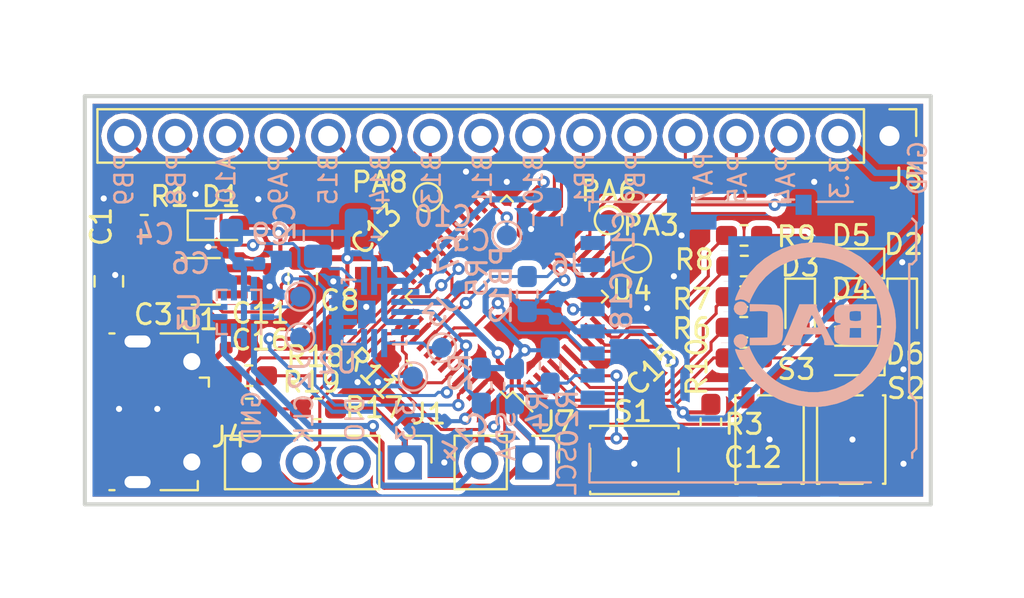
<source format=kicad_pcb>
(kicad_pcb (version 20240108) (generator "pcbnew") (generator_version "8.0")
  (layers (0 "F.Cu" signal) (31 "B.Cu" signal) (34 "B.Paste" user) (35 "F.Paste" user) (36 "B.SilkS" user "B.Silkscreen") (37 "F.SilkS" user "F.Silkscreen") (38 "B.Mask" user) (39 "F.Mask" user) (44 "Edge.Cuts" user))
  (net 0 "")
  (net 1 "+3V3")
  (net 2 "/SDA")
  (net 3 "GND")
  (net 4 "Net-(D1-Pad1)")
  (net 5 "Net-(C12-Pad1)")
  (net 6 "/CS")
  (net 7 "Net-(R17-Pad2)")
  (net 8 "/D+")
  (net 9 "/D-")
  (net 10 "Net-(R18-Pad1)")
  (net 11 "Net-(R11-Pad2)")
  (net 12 "Net-(R10-Pad2)")
  (net 13 "Net-(D6-Pad2)")
  (net 14 "Net-(D5-Pad2)")
  (net 15 "Net-(R9-Pad2)")
  (net 16 "Net-(R8-Pad2)")
  (net 17 "Net-(D4-Pad2)")
  (net 18 "Net-(D3-Pad2)")
  (net 19 "Net-(R7-Pad2)")
  (net 20 "/SCL")
  (net 21 "/MISO")
  (net 22 "Net-(R6-Pad2)")
  (net 23 "Net-(D2-Pad2)")
  (net 24 "+5V")
  (net 25 "Net-(U1-Pad4)")
  (net 26 "/PA4")
  (net 27 "/PA5")
  (net 28 "/PA7")
  (net 29 "/PB0")
  (net 30 "/PB1")
  (net 31 "/DETECT")
  (net 32 "/PB10")
  (net 33 "/PB11")
  (net 34 "/SW2")
  (net 35 "/PB13")
  (net 36 "/PB14")
  (net 37 "/PB15")
  (net 38 "/SW1")
  (net 39 "/PA9")
  (net 40 "/PA10")
  (net 41 "/DIO")
  (net 42 "/DCLK")
  (net 43 "/SCK")
  (net 44 "/MOSI")
  (net 45 "/PB8")
  (net 46 "/PB9")
  (net 47 "Net-(J3-Pad1)")
  (net 48 "Net-(J3-Pad2)")
  (net 49 "Net-(C2-Pad1)")
  (net 50 "Net-(J2-Pad1)")
  (net 51 "Net-(J2-Pad2)")
  (net 52 "Net-(J4-Pad4)")
  (net 53 "Net-(J6-Pad8)")
  (net 54 "Net-(J6-Pad1)")
  (net 55 "Net-(U4-Pad20)")
  (net 56 "Net-(J8-Pad1)")
  (net 57 "Net-(J9-Pad1)")
  (net 58 "Net-(J10-Pad1)")
  (net 59 "Net-(J11-Pad1)")
  (net 60 "Net-(S2-Pad4)")
  (net 61 "Net-(S3-Pad4)")
  (footprint "Resistor_SMD:R_0603_1608Metric_Pad1.05x0.95mm_HandSolder" (layer "F.Cu") (at 132.193 105.537 180)
    (property "Reference" "R1")
    (property "Value" "1k")
  )
  (footprint "Resistor_SMD:R_0603_1608Metric_Pad1.05x0.95mm_HandSolder" (layer "F.Cu") (at 160.401 115.33 -90)
    (property "Reference" "R3")
    (property "Value" "10k")
  )
  (footprint "Resistor_SMD:R_0603_1608Metric_Pad1.05x0.95mm_HandSolder" (layer "F.Cu") (at 137.414 114.681 180)
    (property "Reference" "R19")
    (property "Value" "22")
  )
  (footprint "Resistor_SMD:R_0603_1608Metric_Pad1.05x0.95mm_HandSolder" (layer "F.Cu") (at 137.4 113.03 180)
    (property "Reference" "R18")
    (property "Value" "22")
  )
  (footprint "Resistor_SMD:R_0603_1608Metric_Pad1.05x0.95mm_HandSolder" (layer "F.Cu") (at 140.843 114.681 180)
    (property "Reference" "R17")
    (property "Value" "1.5k")
  )
  (footprint "Resistor_SMD:R_0603_1608Metric_Pad1.05x0.95mm_HandSolder" (layer "F.Cu") (at 145.017718 112.759718 -45)
    (property "Reference" "R11")
    (property "Value" "100k")
  )
  (footprint "Resistor_SMD:R_0603_1608Metric_Pad1.05x0.95mm_HandSolder" (layer "F.Cu") (at 162.038 112.141 180)
    (property "Reference" "R10")
    (property "Value" "1k")
  )
  (footprint "Resistor_SMD:R_0603_1608Metric_Pad1.05x0.95mm_HandSolder" (layer "F.Cu") (at 162.052 106.045 180)
    (property "Reference" "R9")
    (property "Value" "1k")
  )
  (footprint "Resistor_SMD:R_0603_1608Metric_Pad1.05x0.95mm_HandSolder" (layer "F.Cu") (at 162.066 107.569 180)
    (property "Reference" "R8")
    (property "Value" "1k")
  )
  (footprint "Resistor_SMD:R_0603_1608Metric_Pad1.05x0.95mm_HandSolder" (layer "F.Cu") (at 162.038 110.617 180)
    (property "Reference" "R6")
    (property "Value" "1k")
  )
  (footprint "LED_SMD:LED_0603_1608Metric_Pad1.05x0.95mm_HandSolder" (layer "F.Cu") (at 167.372 107.442 180)
    (property "Reference" "D5")
    (property "Value" "LED_Small")
  )
  (footprint "LED_SMD:LED_0603_1608Metric_Pad1.05x0.95mm_HandSolder" (layer "F.Cu") (at 167.386 112.268 180)
    (property "Reference" "D6")
    (property "Value" "LED_Small")
  )
  (footprint "LED_SMD:LED_0603_1608Metric_Pad1.05x0.95mm_HandSolder" (layer "F.Cu") (at 167.386 109.855 180)
    (property "Reference" "D4")
    (property "Value" "LED_Small")
  )
  (footprint "LED_SMD:LED_0603_1608Metric_Pad1.05x0.95mm_HandSolder" (layer "F.Cu") (at 169.926 109.855 -90)
    (property "Reference" "D2")
    (property "Value" "LED_Small")
  )
  (footprint "Connector_USB:USB_Micro-B_Molex-105017-0001" (layer "F.Cu") (at 133.096 114.824 -90)
    (property "Reference" "J4")
    (property "Value" "USB_B_Micro")
  )
  (footprint "Connector_PinHeader_2.54mm:PinHeader_1x16_P2.54mm_Vertical" (layer "F.Cu") (at 169.291 101.092 -90)
    (property "Reference" "J5")
    (property "Value" "Conn_01x16_Male")
  )
  (footprint "Connector_PinHeader_2.54mm:PinHeader_1x04_P2.54mm_Vertical" (layer "F.Cu") (at 145.161 117.348 -90)
    (property "Reference" "J1")
    (property "Value" "Conn_01x04_Male")
  )
  (footprint "Connector_PinHeader_2.54mm:PinHeader_1x02_P2.54mm_Vertical" (layer "F.Cu") (at 151.511 117.348 -90)
    (property "Reference" "J7")
    (property "Value" "Conn_01x02_Male")
  )
  (footprint "Capacitor_SMD:C_0805_2012Metric_Pad1.15x1.40mm_HandSolder" (layer "F.Cu") (at 140.081 108.204 90)
    (property "Reference" "C11")
    (property "Value" "10u")
  )
  (footprint "Capacitor_SMD:C_0805_2012Metric_Pad1.15x1.40mm_HandSolder" (layer "F.Cu") (at 130.429 108.331 90)
    (property "Reference" "C1")
    (property "Value" "10u")
  )
  (footprint "Capacitor_SMD:C_0402_1005Metric" (layer "F.Cu") (at 156.629053 111.925053 -135)
    (property "Reference" "C15")
    (property "Value" "0.1u")
  )
  (footprint "Capacitor_SMD:C_0402_1005Metric" (layer "F.Cu") (at 144.564053 106.578447 45)
    (property "Reference" "C13")
    (property "Value" "0.1u")
  )
  (footprint "Capacitor_SMD:C_0402_1005Metric" (layer "F.Cu") (at 160.401 118.133 -90)
    (property "Reference" "C12")
    (property "Value" "0.1u")
  )
  (footprint "Capacitor_SMD:C_0402_1005Metric" (layer "F.Cu") (at 138.43 108.204 -90)
    (property "Reference" "C8")
    (property "Value" "0.1u")
  )
  (footprint "Capacitor_SMD:C_0402_1005Metric" (layer "F.Cu") (at 132.08 108.354 90)
    (property "Reference" "C3")
    (property "Value" "0.1u")
  )
  (footprint "Button_Switch_SMD:SW_SPST_PTS810" (layer "F.Cu") (at 156.591 117.221 180)
    (property "Reference" "S1")
    (property "Value" "PTS810")
  )
  (footprint "Button_Switch_SMD:SW_SPST_PTS810" (layer "F.Cu") (at 167.386 116.205 -90)
    (property "Reference" "S2")
    (property "Value" "PTS810")
  )
  (footprint "Button_Switch_SMD:SW_SPST_PTS810" (layer "F.Cu") (at 163.322 116.205 -90)
    (property "Reference" "S3")
    (property "Value" "PTS810")
  )
  (footprint "Package_QFP:LQFP-48_7x7mm_P0.5mm" (layer "F.Cu") (at 150.241 109.093 135)
    (property "Reference" "U4")
    (property "Value" "STM32F072C8Tx")
  )
  (footprint "Resistor_SMD:R_0603_1608Metric_Pad1.05x0.95mm_HandSolder" (layer "F.Cu") (at 162.038 109.093 180)
    (property "Reference" "R7")
    (property "Value" "1k")
  )
  (footprint "Capacitor_SMD:C_0402_1005Metric" (layer "F.Cu") (at 136.271 111.148 90)
    (property "Reference" "C16")
    (property "Value" "0.1u")
  )
  (footprint "LED_SMD:LED_0603_1608Metric_Pad1.05x0.95mm_HandSolder" (layer "F.Cu") (at 136.017 105.537)
    (property "Reference" "D1")
    (property "Value" "LED_Small")
  )
  (footprint "Package_TO_SOT_SMD:SOT-353_SC-70-5_Handsoldering" (layer "F.Cu") (at 135.255 108.331)
    (property "Reference" "U1")
    (property "Value" "TCR2EF33,LM(CT (SOT-25)")
  )
  (footprint "TestPoint:TestPoint_Pad_D1.0mm" (layer "F.Cu") (at 156.718 107.188)
    (property "Reference" "PA3")
    (property "Value" "Conn_01x01_Male")
  )
  (footprint "TestPoint:TestPoint_Pad_D1.0mm" (layer "F.Cu") (at 146.304 104.14)
    (property "Reference" "PA8")
    (property "Value" "Conn_01x01_Male")
  )
  (footprint "TestPoint:TestPoint_Pad_D1.0mm" (layer "F.Cu") (at 155.321 105.283)
    (property "Reference" "PA6")
    (property "Value" "Conn_01x01_Male")
  )
  (footprint "LED_SMD:LED_0603_1608Metric_Pad1.05x0.95mm_HandSolder" (layer "F.Cu") (at 164.846 109.855 -90)
    (property "Reference" "D3")
    (property "Value" "LED_Small")
  )
  (footprint "Resistor_SMD:R_0603_1608Metric_Pad1.05x0.95mm_HandSolder" (layer "B.Cu") (at 148.971 113.524 -90)
    (property "Reference" "R2")
    (property "Value" "10k")
  )
  (footprint "Resistor_SMD:R_0603_1608Metric_Pad1.05x0.95mm_HandSolder" (layer "B.Cu") (at 152.4 112.522 -90)
    (property "Reference" "R20")
    (property "Value" "10k")
  )
  (footprint "Resistor_SMD:R_0603_1608Metric_Pad1.05x0.95mm_HandSolder" (layer "B.Cu") (at 150.622 113.552 -90)
    (property "Reference" "R4")
    (property "Value" "10k")
  )
  (footprint "Resistor_SMD:R_0603_1608Metric_Pad1.05x0.95mm_HandSolder" (layer "B.Cu") (at 151.257 108.966 90)
    (property "Reference" "R5")
    (property "Value" "100k")
  )
  (footprint "Package_LGA:LGA-16_3x3mm_P0.5mm_LayoutBorder3x5y" (layer "B.Cu") (at 143.637 109.855 180)
    (property "Reference" "U2")
    (property "Value" "L3GD20")
  )
  (footprint "Connector_Card:microSD_HC_Hirose_DM3AT-SF-PEJM5" (layer "B.Cu") (at 162.239 111.346 -90)
    (property "Reference" "J6")
    (property "Value" "Micro_SD_Card")
  )
  (footprint "Capacitor_SMD:C_0805_2012Metric_Pad1.15x1.40mm_HandSolder" (layer "B.Cu") (at 152.273 105.274 90)
    (property "Reference" "C17")
    (property "Value" "10u")
  )
  (footprint "Capacitor_SMD:C_0805_2012Metric_Pad1.15x1.40mm_HandSolder" (layer "B.Cu") (at 143.773 105.41)
    (property "Reference" "C10")
    (property "Value" "10u")
  )
  (footprint "Capacitor_SMD:C_0805_2012Metric_Pad1.15x1.40mm_HandSolder" (layer "B.Cu") (at 140.843 106.054 90)
    (property "Reference" "C2")
    (property "Value" "0.01u")
  )
  (footprint "Capacitor_SMD:C_0402_1005Metric" (layer "B.Cu") (at 152.654 109.705 90)
    (property "Reference" "C18")
    (property "Value" "0.1u")
  )
  (footprint "Capacitor_SMD:C_0402_1005Metric" (layer "B.Cu") (at 146.177 106.934 90)
    (property "Reference" "C7")
    (property "Value" "0.1u")
  )
  (footprint "Capacitor_SMD:C_0402_1005Metric" (layer "B.Cu") (at 143.787 106.934)
    (property "Reference" "C5")
    (property "Value" "0.1u")
  )
  (footprint "logos:bac-logo" (layer "B.Cu") (at 165.5953 110.49 180)
    (property "Reference" "G***" (hide yes))
    (property "Value" "LOGO" (hide yes))
  )
  (footprint "TestPoint:TestPoint_Pad_D1.0mm_2x" (layer "B.Cu") (at 147.0025 111.633 -135)
    (property "Reference" "J3")
    (property "Value" "Conn_01x02_Male")
  )
  (footprint "TestPoint:TestPoint_Pad_D1.0mm_2x" (layer "B.Cu") (at 139.954 109.093 -90)
    (property "Reference" "J2")
    (property "Value" "Conn_01x02_Male")
  )
  (footprint "Package_LGA:LGA-12_2x2mm_P0.5mm" (layer "B.Cu") (at 136.906 109.855 90)
    (property "Reference" "U3")
    (property "Value" "LIS2HH12TR")
  )
  (footprint "Capacitor_SMD:C_0402_1005Metric" (layer "B.Cu") (at 136.398 107.442 180)
    (property "Reference" "C6")
    (property "Value" "0.1u")
  )
  (footprint "Capacitor_SMD:C_0402_1005Metric" (layer "B.Cu") (at 138.407 107.442)
    (property "Reference" "C9")
    (property "Value" "0.1u")
  )
  (footprint "Capacitor_SMD:C_0805_2012Metric_Pad1.15x1.40mm_HandSolder" (layer "B.Cu") (at 135.509 105.918 180)
    (property "Reference" "C4")
    (property "Value" "10u")
  )
  (footprint "TestPoint:TestPoint_Pad_D1.0mm" (layer "B.Cu") (at 150.241 106.045)
    (property "Reference" "PB12")
    (property "Value" "Conn_01x01_Male")
  )
  (footprint "Capacitor_SMD:C_0402_1005Metric" (layer "B.Cu") (at 146.812 115.6335 -135)
    (property "Reference" "C14")
    (property "Value" "0.1u")
  )
  (gr_line (start 129.2352 119.4308) (end 129.2352 99.1108) (stroke (width 0.2032)) (layer "Edge.Cuts"))
  (gr_line (start 129.2352 99.1108) (end 171.3484 99.1108) (stroke (width 0.2032)) (layer "Edge.Cuts"))
  (gr_line (start 171.3484 99.1108) (end 171.3484 119.4308) (stroke (width 0.2032)) (layer "Edge.Cuts"))
  (gr_line (start 171.3484 119.4308) (end 129.2352 119.4308) (stroke (width 0.2032)) (layer "Edge.Cuts"))
  (gr_text "SCL" (at 153.2382 117.7544 90) (layer "B.SilkS") (effects (font (size 0.889 0.889) (thickness 0.127)) (justify mirror)))
  (gr_text "SDA" (at 150.2156 116.0272 90) (layer "B.SilkS") (effects (font (size 0.889 0.889) (thickness 0.127)) (justify mirror)))
  (gr_text "B15\n" (at 141.351 103.251 90) (layer "B.SilkS") (effects (font (size 0.889 0.889) (thickness 0.127)) (justify mirror)))
  (gr_text "PB8" (at 133.7945 103.251 90) (layer "B.SilkS") (effects (font (size 0.889 0.889) (thickness 0.127)) (justify mirror)))
  (gr_text "CLK\n" (at 140.1445 115.189 90) (layer "B.SilkS") (effects (font (size 0.889 0.889) (thickness 0.127)) (justify mirror)))
  (gr_text "PB9" (at 131.191 103.251 90) (layer "B.SilkS") (effects (font (size 0.889 0.889) (thickness 0.127)) (justify mirror)))
  (gr_text "PA7\n" (at 160.0327 103.1494 90) (layer "B.SilkS") (effects (font (size 0.889 0.889) (thickness 0.127)) (justify mirror)))
  (gr_text "PA5\n" (at 161.7345 103.251 90) (layer "B.SilkS") (effects (font (size 0.889 0.889) (thickness 0.127)) (justify mirror)))
  (gr_text "B14\n" (at 143.9545 103.251 90) (layer "B.SilkS") (effects (font (size 0.889 0.889) (thickness 0.127)) (justify mirror)))
  (gr_text "PA9\n" (at 138.8745 103.251 90) (layer "B.SilkS") (effects (font (size 0.889 0.889) (thickness 0.127)) (justify mirror)))
  (gr_text "3.3" (at 166.8145 103.1875 90) (layer "B.SilkS") (effects (font (size 0.889 0.889) (thickness 0.127)) (justify mirror)))
  (gr_text "PA4" (at 164.1348 103.2637 90) (layer "B.SilkS") (effects (font (size 0.889 0.889) (thickness 0.127)) (justify mirror)))
  (gr_text "B13\n" (at 146.4945 103.251 90) (layer "B.SilkS") (effects (font (size 0.889 0.889) (thickness 0.127)) (justify mirror)))
  (gr_text "A10\n" (at 136.271 103.251 90) (layer "B.SilkS") (effects (font (size 0.889 0.889) (thickness 0.127)) (justify mirror)))
  (gr_text "B11\n" (at 149.0345 103.251 90) (layer "B.SilkS") (effects (font (size 0.889 0.889) (thickness 0.127)) (justify mirror)))
  (gr_text "PB0\n" (at 156.6545 103.251 90) (layer "B.SilkS") (effects (font (size 0.889 0.889) (thickness 0.127)) (justify mirror)))
  (gr_text "PB1" (at 154.1145 103.251 90) (layer "B.SilkS") (effects (font (size 0.889 0.889) (thickness 0.127)) (justify mirror)))
  (gr_text "3.3" (at 145.2245 115.2525 90) (layer "B.SilkS") (effects (font (size 0.889 0.889) (thickness 0.127)) (justify mirror)))
  (gr_text "GND" (at 170.7007 102.6922 90) (layer "B.SilkS") (effects (font (size 0.889 0.889) (thickness 0.127)) (justify mirror)))
  (gr_text "GND" (at 137.541 115.1255 90) (layer "B.SilkS") (effects (font (size 0.889 0.889) (thickness 0.127)) (justify mirror)))
  (gr_text "DIO" (at 142.6845 115.189 90) (layer "B.SilkS") (effects (font (size 0.889 0.889) (thickness 0.127)) (justify mirror)))
  (gr_text "B10\n" (at 151.5745 103.251 90) (layer "B.SilkS") (effects (font (size 0.889 0.889) (thickness 0.127)) (justify mirror)))
  (segment (start 142.3035 107.179) (end 143.9635 107.179) (width 0.3048) (layer "F.Cu") (net 1))
  (segment (start 140.081 107.179) (end 142.3035 107.179) (width 0.3048) (layer "F.Cu") (net 1))
  (segment (start 142.3035 108.49428) (end 142.3035 107.610052) (width 0.2032) (layer "F.Cu") (net 1))
  (segment (start 148.168777 115.172055) (end 148.168777 115.05431) (width 0.2032) (layer "F.Cu") (net 1))
  (segment (start 153.0985 108.2675) (end 150.842042 106.011042) (width 0.2032) (layer "F.Cu") (net 1))
  (segment (start 150.842042 113.583129) (end 150.842042 112.047958) (width 0.2032) (layer "F.Cu") (net 1))
  (segment (start 151.381865 104.072542) (end 152.076407 103.378) (width 0.1524) (layer "F.Cu") (net 1))
  (segment (start 150.842042 112.047958) (end 151.13 111.76) (width 0.2032) (layer "F.Cu") (net 1))
  (segment (start 156.972 111.582106) (end 157.746606 111.582106) (width 0.2032) (layer "F.Cu") (net 1))
  (segment (start 156.499968 111.582106) (end 156.972 111.582106) (width 0.1524) (layer "F.Cu") (net 1))
  (segment (start 145.161 117.348) (end 145.161 116.1932) (width 0.3048) (layer "F.Cu") (net 1))
  (segment (start 142.343 114.681) (end 141.718 114.681) (width 0.3048) (layer "F.Cu") (net 1))
  (segment (start 144.221106 106.921394) (end 144.221106 106.962193) (width 0.1524) (layer "F.Cu") (net 1))
  (segment (start 150.842042 104.602871) (end 151.372371 104.072542) (width 0.2032) (layer "F.Cu") (net 1))
  (segment (start 154.731127 111.81536) (end 155.962892 111.81536) (width 0.1524) (layer "F.Cu") (net 1))
  (segment (start 154.200798 111.285031) (end 154.731127 111.81536) (width 0.1524) (layer "F.Cu") (net 1))
  (segment (start 148.168777 115.05431) (end 149.109629 114.113458) (width 0.2032) (layer "F.Cu") (net 1))
  (segment (start 155.962892 111.81536) (end 156.196146 111.582106) (width 0.1524) (layer "F.Cu") (net 1))
  (segment (start 142.3035 107.610052) (end 142.3035 107.179) (width 0.2032) (layer "F.Cu") (net 1))
  (segment (start 140.081 107.179) (end 138.97 107.179) (width 0.3048) (layer "F.Cu") (net 1))
  (segment (start 144.221106 106.962193) (end 145.220542 107.961629) (width 0.1524) (layer "F.Cu") (net 1))
  (segment (start 138.97 106.068) (end 138.97 107.179) (width 0.2032) (layer "F.Cu") (net 1))
  (segment (start 145.161 116.1932) (end 143.6488 114.681) (width 0.3048) (layer "F.Cu") (net 1))
  (segment (start 143.6488 114.681) (end 142.343 114.681) (width 0.3048) (layer "F.Cu") (net 1))
  (segment (start 138.439 105.537) (end 138.97 106.068) (width 0.2032) (layer "F.Cu") (net 1))
  (segment (start 159.010242 114.854166) (end 160.001834 114.854166) (width 0.2032) (layer "F.Cu") (net 1))
  (segment (start 143.9635 107.179) (end 144.221106 106.921394) (width 0.3048) (layer "F.Cu") (net 1))
  (segment (start 151.372371 114.113458) (end 150.842042 113.583129) (width 0.2032) (layer "F.Cu") (net 1))
  (segment (start 136.585 107.681) (end 138.392 107.681) (width 0.3048) (layer "F.Cu") (net 1))
  (segment (start 138.97 107.179) (end 138.43 107.719) (width 0.3048) (layer "F.Cu") (net 1))
  (segment (start 151.372371 104.072542) (end 151.381865 104.072542) (width 0.1524) (layer "F.Cu") (net 1))
  (segment (start 139.60928 111.1885) (end 142.3035 108.49428) (width 0.2032) (layer "F.Cu") (net 1))
  (segment (start 136.892 105.537) (end 138.439 105.537) (width 0.2032) (layer "F.Cu") (net 1))
  (segment (start 157.746606 111.582106) (end 158.496 112.3315) (width 0.2032) (layer "F.Cu") (net 1))
  (segment (start 138.43 111.1885) (end 139.60928 111.1885) (width 0.2032) (layer "F.Cu") (net 1))
  (segment (start 150.842042 106.011042) (end 150.842042 104.602871) (width 0.2032) (layer "F.Cu") (net 1))
  (segment (start 156.196146 111.582106) (end 156.499968 111.582106) (width 0.1524) (layer "F.Cu") (net 1))
  (segment (start 138.392 107.681) (end 138.43 107.719) (width 0.3048) (layer "F.Cu") (net 1))
  (segment (start 160.001834 114.854166) (end 160.401 114.455) (width 0.2032) (layer "F.Cu") (net 1))
  (via (at 151.13 111.76) (size 0.6096) (drill 0.3048) (layers "F.Cu" "B.Cu") (net 1))
  (via (at 148.168777 115.172055) (size 0.6096) (drill 0.3048) (layers "F.Cu" "B.Cu") (net 1))
  (via (at 138.8745 105.918) (size 0.6096) (drill 0.3048) (layers "F.Cu" "B.Cu") (net 1))
  (via (at 152.076407 103.378) (size 0.6096) (drill 0.3048) (layers "F.Cu" "B.Cu") (net 1))
  (via (at 159.010242 114.854166) (size 0.6096) (drill 0.3048) (layers "F.Cu" "B.Cu") (net 1))
  (via (at 153.0985 108.2675) (size 0.6096) (drill 0.3048) (layers "F.Cu" "B.Cu") (net 1))
  (via (at 142.3035 107.179) (size 0.6096) (drill 0.3048) (layers "F.Cu" "B.Cu") (net 1))
  (via (at 138.43 111.1885) (size 0.6096) (drill 0.3048) (layers "F.Cu" "B.Cu") (net 1))
  (via (at 158.496 112.3315) (size 0.6096) (drill 0.3048) (layers "F.Cu" "B.Cu") (net 1))
  (segment (start 138.8745 105.918) (end 142.24 105.918) (width 0.3048) (layer "B.Cu") (net 1))
  (segment (start 137.156 107.715) (end 136.883 107.442) (width 0.3048) (layer "B.Cu") (net 1))
  (segment (start 145.192231 114.993569) (end 144.526 115.6598) (width 0.2032) (layer "B.Cu") (net 1))
  (segment (start 145.187 108.855) (end 145.187 108.4002) (width 0.3048) (layer "B.Cu") (net 1))
  (segment (start 161.116103 115.158965) (end 170.868801 105.406267) (width 0.3048) (layer "B.Cu") (net 1))
  (segment (start 168.5925 102.9335) (end 166.751 101.092) (width 0.3048) (layer "B.Cu") (net 1))
  (segment (start 143.302 106.934) (end 142.5485 106.934) (width 0.3048) (layer "B.Cu") (net 1))
  (segment (start 136.656 111.0175) (end 137.156 111.0175) (width 0.3048) (layer "B.Cu") (net 1))
  (segment (start 152.076407 103.378) (end 152.076407 104.052407) (width 0.1524) (layer "B.Cu") (net 1))
  (segment (start 146.857963 114.993569) (end 145.192231 114.993569) (width 0.2032) (layer "B.Cu") (net 1))
  (segment (start 159.010242 114.854166) (end 159.315041 115.158965) (width 0.3048) (layer "B.Cu") (net 1))
  (segment (start 149.7965 112.649) (end 150.594 112.649) (width 0.3048) (layer "B.Cu") (net 1))
  (segment (start 136.534 107.093) (end 136.883 107.442) (width 0.3048) (layer "B.Cu") (net 1))
  (segment (start 170.025142 102.9335) (end 168.5925 102.9335) (width 0.3048) (layer "B.Cu") (net 1))
  (segment (start 144.137 108.305) (end 145.0975 108.305) (width 0.3048) (layer "B.Cu") (net 1))
  (segment (start 144.137 110.203642) (end 144.137 109.3098) (width 0.3048) (layer "B.Cu") (net 1))
  (segment (start 145.187 108.4002) (end 145.0975 108.3107) (width 0.3048) (layer "B.Cu") (net 1))
  (segment (start 145.161 117.348) (end 145.161 116.2948) (width 0.2032) (layer "B.Cu") (net 1))
  (segment (start 149.503891 108.800899) (end 149.186899 109.117891) (width 0.3048) (layer "B.Cu") (net 1))
  (segment (start 148.971 112.649) (end 149.7965 112.649) (width 0.3048) (layer "B.Cu") (net 1))
  (segment (start 150.825201 111.455201) (end 151.13 111.76) (width 0.3048) (layer "B.Cu") (net 1))
  (segment (start 145.291 108.305) (end 146.177 107.419) (width 0.3048) (layer "B.Cu") (net 1))
  (segment (start 143.637 108.305) (end 143.637 107.269) (width 0.3048) (layer "B.Cu") (net 1))
  (segment (start 136.534 105.918) (end 136.534 107.093) (width 0.3048) (layer "B.Cu") (net 1))
  (segment (start 145.187 110.855) (end 145.187 110.355) (width 0.3048) (layer "B.Cu") (net 1))
  (segment (start 158.496 114.339924) (end 159.010242 114.854166) (width 0.2032) (layer "B.Cu") (net 1))
  (segment (start 153.705 110.821) (end 153.074 110.19) (width 0.3048) (layer "B.Cu") (net 1))
  (segment (start 138.43 111.704383) (end 138.43 111.1885) (width 0.2032) (layer "B.Cu") (net 1))
  (segment (start 137.156 108.6925) (end 137.656 108.6925) (width 0.3048) (layer "B.Cu") (net 1))
  (segment (start 152.305 109.841) (end 152.654 110.19) (width 0.3048) (layer "B.Cu") (net 1))
  (segment (start 159.315041 115.158965) (end 161.116103 115.158965) (width 0.3048) (layer "B.Cu") (net 1))
  (segment (start 147.154947 115.290553) (end 148.050279 115.290553) (width 0.2032) (layer "B.Cu") (net 1))
  (segment (start 152.287 111.76) (end 152.4 111.647) (width 0.2032) (layer "B.Cu") (net 1))
  (segment (start 143.637 108.305) (end 144.137 108.305) (width 0.3048) (layer "B.Cu") (net 1))
  (segment (start 143.68691 114.82071) (end 141.546327 114.82071) (width 0.2032) (layer "B.Cu") (net 1))
  (segment (start 149.186899 109.816899) (end 150.825201 111.455201) (width 0.3048) (layer "B.Cu") (net 1))
  (segment (start 152.718678 108.2675) (end 153.0985 108.2675) (width 0.2032) (layer "B.Cu") (net 1))
  (segment (start 145.161 116.2948) (end 144.526 115.6598) (width 0.2032) (layer "B.Cu") (net 1))
  (segment (start 142.3035 107.179) (end 142.3035 105.8545) (width 0.3048) (layer "B.Cu") (net 1))
  (segment (start 151.756072 109.230106) (end 152.718678 108.2675) (width 0.2032) (layer "B.Cu") (net 1))
  (segment (start 145.0975 108.305) (end 145.291 108.305) (width 0.3048) (layer "B.Cu") (net 1))
  (segment (start 145.0975 108.3107) (end 145.0975 108.305) (width 0.3048) (layer "B.Cu") (net 1))
  (segment (start 136.534 105.918) (end 138.8745 105.918) (width 0.3048) (layer "B.Cu") (net 1))
  (segment (start 152.273 104.249) (end 149.347 104.249) (width 0.3048) (layer "B.Cu") (net 1))
  (segment (start 154.514 110.821) (end 153.705 110.821) (width 0.3048) (layer "B.Cu") (net 1))
  (segment (start 158.496 112.3315) (end 158.496 114.339924) (width 0.2032) (layer "B.Cu") (net 1))
  (segment (start 142.24 105.918) (end 142.748 105.41) (width 0.3048) (layer "B.Cu") (net 1))
  (segment (start 153.074 110.19) (end 152.654 110.19) (width 0.3048) (layer "B.Cu") (net 1))
  (segment (start 150.622 112.677) (end 150.622 112.268) (width 0.3048) (layer "B.Cu") (net 1))
  (segment (start 150.594 112.649) (end 150.622 112.677) (width 0.3048) (layer "B.Cu") (net 1))
  (segment (start 144.137 109.3098) (end 144.137 108.305) (width 0.3048) (layer "B.Cu") (net 1))
  (segment (start 137.156 111.0175) (end 137.156 108.6925) (width 0.3048) (layer "B.Cu") (net 1))
  (segment (start 150.622 112.268) (end 151.13 111.76) (width 0.3048) (layer "B.Cu") (net 1))
  (segment (start 150.216899 108.800899) (end 149.503891 108.800899) (width 0.3048) (layer "B.Cu") (net 1))
  (segment (start 170.868801 105.406267) (end 170.868801 103.777159) (width 0.3048) (layer "B.Cu") (net 1))
  (segment (start 151.257 109.841) (end 150.216899 108.800899) (width 0.3048) (layer "B.Cu") (net 1))
  (segment (start 144.526 115.6598) (end 143.68691 114.82071) (width 0.2032) (layer "B.Cu") (net 1))
  (segment (start 147.154947 115.290553) (end 146.857963 114.993569) (width 0.2032) (layer "B.Cu") (net 1))
  (segment (start 141.546327 114.82071) (end 138.43 111.704383) (width 0.2032) (layer "B.Cu") (net 1))
  (segment (start 151.756072 109.341928) (end 151.756072 109.230106) (width 0.2032) (layer "B.Cu") (net 1))
  (segment (start 137.156 108.6925) (end 137.156 107.715) (width 0.3048) (layer "B.Cu") (net 1))
  (segment (start 148.050279 115.290553) (end 148.168777 115.172055) (width 0.2032) (layer "B.Cu") (net 1))
  (segment (start 152.076407 104.052407) (end 152.273 104.249) (width 0.1524) (layer "B.Cu") (net 1))
  (segment (start 154.514 110.821) (end 156.9855 110.821) (width 0.2032) (layer "B.Cu") (net 1))
  (segment (start 149.186899 109.117891) (end 149.186899 109.816899) (width 0.3048) (layer "B.Cu") (net 1))
  (segment (start 151.257 109.841) (end 151.756072 109.341928) (width 0.2032) (layer "B.Cu") (net 1))
  (segment (start 142.3035 105.8545) (end 142.748 105.41) (width 0.3048) (layer "B.Cu") (net 1))
  (segment (start 145.187 110.355) (end 144.288358 110.355) (width 0.3048) (layer "B.Cu") (net 1))
  (segment (start 142.5485 106.934) (end 142.3035 107.179) (width 0.3048) (layer "B.Cu") (net 1))
  (segment (start 170.868801 103.777159) (end 170.025142 102.9335) (width 0.3048) (layer "B.Cu") (net 1))
  (segment (start 151.257 109.841) (end 152.305 109.841) (width 0.3048) (layer "B.Cu") (net 1))
  (segment (start 156.9855 110.821) (end 158.496 112.3315) (width 0.2032) (layer "B.Cu") (net 1))
  (segment (start 144.288358 110.355) (end 144.137 110.203642) (width 0.3048) (layer "B.Cu") (net 1))
  (segment (start 143.637 107.269) (end 143.302 106.934) (width 0.3048) (layer "B.Cu") (net 1))
  (segment (start 136.883 107.442) (end 137.922 107.442) (width 0.3048) (layer "B.Cu") (net 1))
  (segment (start 151.13 111.76) (end 152.287 111.76) (width 0.2032) (layer "B.Cu") (net 1))
  (segment (start 149.347 104.249) (end 146.177 107.419) (width 0.3048) (layer "B.Cu") (net 1))
  (segment (start 147.401876 112.345691) (end 148.211412 111.536155) (width 0.2032) (layer "F.Cu") (net 2))
  (segment (start 147.341862 112.345691) (end 147.401876 112.345691) (width 0.2032) (layer "F.Cu") (net 2))
  (via (at 148.211412 111.536155) (size 0.6096) (drill 0.3048) (layers "F.Cu" "B.Cu") (net 2))
  (segment (start 146.530257 109.855) (end 145.187 109.855) (width 0.2032) (layer "B.Cu") (net 2))
  (segment (start 148.211412 113.639412) (end 148.971 114.399) (width 0.2032) (layer "B.Cu") (net 2))
  (segment (start 148.211412 111.536155) (end 146.530257 109.855) (width 0.2032) (layer "B.Cu") (net 2))
  (segment (start 143.891 118.326642) (end 144.067159 118.502801) (width 0.3048) (layer "B.Cu") (net 2))
  (segment (start 148.211412 111.536155) (end 148.211412 113.639412) (width 0.2032) (layer "B.Cu") (net 2))
  (segment (start 143.123606 116.1415) (end 143.891 116.908894) (width 0.3048) (layer "B.Cu") (net 2))
  (segment (start 148.971 114.399) (end 148.971 116.1415) (width 0.3048) (layer "B.Cu") (net 2))
  (segment (start 143.891 116.908894) (end 143.891 118.326642) (width 0.3048) (layer "B.Cu") (net 2))
  (segment (start 148.971 116.1415) (end 148.971 117.348) (width 0.3048) (layer "B.Cu") (net 2))
  (segment (start 148.121001 118.197999) (end 148.971 117.348) (width 0.3048) (layer "B.Cu") (net 2))
  (segment (start 136.156 111.0175) (end 136.156 111.9098) (width 0.3048) (layer "B.Cu") (net 2))
  (segment (start 140.3877 116.1415) (end 143.123606 116.1415) (width 0.3048) (layer "B.Cu") (net 2))
  (segment (start 144.067159 118.502801) (end 147.816199 118.502801) (width 0.3048) (layer "B.Cu") (net 2))
  (segment (start 136.156 111.9098) (end 140.3877 116.1415) (width 0.3048) (layer "B.Cu") (net 2))
  (segment (start 147.816199 118.502801) (end 148.121001 118.197999) (width 0.3048) (layer "B.Cu") (net 2))
  (segment (start 138.43 108.689) (end 138.01 108.689) (width 0.1524) (layer "F.Cu") (net 3))
  (segment (start 137.430601 108.109601) (end 135.668601 108.109601) (width 0.1524) (layer "F.Cu") (net 3))
  (segment (start 135.668601 108.109601) (end 135.564021 108.005021) (width 0.1524) (layer "F.Cu") (net 3))
  (segment (start 148.208101 116.269399) (end 147.434299 117.043201) (width 0.1524) (layer "F.Cu") (net 3))
  (segment (start 149.468291 113.229576) (end 150.139401 113.900686) (width 0.1524) (layer "F.Cu") (net 3))
  (segment (start 150.139401 113.900686) (end 150.139401 115.826033) (width 0.1524) (layer "F.Cu") (net 3))
  (segment (start 135.564021 107.229573) (end 135.382 107.047552) (width 0.1524) (layer "F.Cu") (net 3))
  (segment (start 149.286405 113.229576) (end 149.468291 113.229576) (width 0.1524) (layer "F.Cu") (net 3))
  (segment (start 149.696035 116.269399) (end 148.208101 116.269399) (width 0.1524) (layer "F.Cu") (net 3))
  (segment (start 135.382 107.047552) (end 135.382 106.6165) (width 0.1524) (layer "F.Cu") (net 3))
  (segment (start 150.139401 115.826033) (end 149.696035 116.269399) (width 0.1524) (layer "F.Cu") (net 3))
  (segment (start 138.01 108.689) (end 137.430601 108.109601) (width 0.1524) (layer "F.Cu") (net 3))
  (segment (start 148.756076 113.759905) (end 149.286405 113.229576) (width 0.1524) (layer "F.Cu") (net 3))
  (segment (start 135.564021 108.005021) (end 135.564021 107.229573) (width 0.1524) (layer "F.Cu") (net 3))
  (segment (start 147.434299 117.043201) (end 147.1295 117.348) (width 0.1524) (layer "F.Cu") (net 3))
  (via (at 130.7465 108.0135) (size 0.6096) (drill 0.3048) (layers "F.Cu" "B.Cu") (net 3))
  (via (at 130.937 114.681) (size 0.6096) (drill 0.3048) (layers "F.Cu" "B.Cu") (net 3))
  (via (at 143.8275 113.3475) (size 0.6096) (drill 0.3048) (layers "F.Cu" "B.Cu") (net 3))
  (via (at 156.591 117.4115) (size 0.6096) (drill 0.3048) (layers "F.Cu" "B.Cu") (net 3))
  (via (at 165.5445 103.378) (size 0.6096) (drill 0.3048) (layers "F.Cu" "B.Cu") (net 3))
  (via (at 147.1295 117.348) (size 0.6096) (drill 0.3048) (layers "F.Cu" "B.Cu") (net 3))
  (via (at 169.9895 117.4115) (size 0.6096) (drill 0.3048) (layers "F.Cu" "B.Cu") (net 3))
  (via (at 138.43 108.585) (size 0.6096) (drill 0.3048) (layers "F.Cu" "B.Cu") (net 3))
  (via (at 167.4495 116.205) (size 0.6096) (drill 0.3048) (layers "F.Cu" "B.Cu") (net 3))
  (via (at 158.9405 106.045) (size 0.6096) (drill 0.3048) (layers "F.Cu" "B.Cu") (net 3))
  (via (at 135.382 106.6165) (size 0.6096) (drill 0.3048) (layers "F.Cu" "B.Cu") (net 3))
  (via (at 157.226 109.6645) (size 0.6096) (drill 0.3048) (layers "F.Cu" "B.Cu") (net 3))
  (via (at 169.926 107.3785) (size 0.6096) (drill 0.3048) (layers "F.Cu" "B.Cu") (net 3))
  (via (at 137.8712 104.2416) (size 0.6096) (drill 0.3048) (layers "F.Cu" "B.Cu") (net 3))
  (via (at 143.2433 109.601) (size 0.6096) (drill 0.3048) (layers "F.Cu" "B.Cu") (net 3))
  (via (at 134.747 103.9876) (size 0.6096) (drill 0.3048) (layers "F.Cu" "B.Cu") (net 3))
  (via (at 141.605 108.331) (size 0.6096) (drill 0.3048) (layers "F.Cu" "B.Cu") (net 3))
  (via (at 169.9895 112.7125) (size 0.6096) (drill 0.3048) (layers "F.Cu" "B.Cu") (net 3))
  (via (at 142.8115 113.3475) (size 0.6096) (drill 0.3048) (layers "F.Cu" "B.Cu") (net 3))
  (via (at 130.175 104.2035) (size 0.6096) (drill 0.3048) (layers "F.Cu" "B.Cu") (net 3))
  (via (at 150.241 103.378) (size 0.6096) (drill 0.3048) (layers "F.Cu" "B.Cu") (net 3))
  (via (at 132.842 114.681) (size 0.6096) (drill 0.3048) (layers "F.Cu" "B.Cu") (net 3))
  (via (at 148.209 102.87) (size 0.6096) (drill 0.3048) (layers "F.Cu" "B.Cu") (net 3))
  (via (at 163.322 116.205) (size 0.6096) (drill 0.3048) (layers "F.Cu" "B.Cu") (net 3))
  (via (at 158.5595 108.077) (size 0.6096) (drill 0.3048) (layers "F.Cu" "B.Cu") (net 3))
  (via (at 151.4475 105.7275) (size 0.6096) (drill 0.3048) (layers "F.Cu" "B.Cu") (net 3))
  (segment (start 133.068 105.537) (end 135.142 105.537) (width 0.3048) (layer "F.Cu") (net 4))
  (segment (start 155.702 116.146) (end 158.666 116.146) (width 0.1524) (layer "F.Cu") (net 5))
  (segment (start 160.342 116.146) (end 160.401 116.205) (width 0.1524) (layer "F.Cu") (net 5))
  (segment (start 154.738579 113.03) (end 155.702 113.03) (width 0.1524) (layer "F.Cu") (net 5))
  (segment (start 153.493691 111.992138) (end 154.531553 113.03) (width 0.1524) (layer "F.Cu") (net 5))
  (segment (start 160.401 116.205) (end 160.401 117.648) (width 0.1524) (layer "F.Cu") (net 5))
  (segment (start 154.516 116.146) (end 155.702 116.146) (width 0.1524) (layer "F.Cu") (net 5))
  (segment (start 154.531553 113.03) (end 154.738579 113.03) (width 0.1524) (layer "F.Cu") (net 5))
  (segment (start 158.666 116.146) (end 160.342 116.146) (width 0.1524) (layer "F.Cu") (net 5))
  (via (at 155.702 113.03) (size 0.6096) (drill 0.3048) (layers "F.Cu" "B.Cu") (net 5))
  (via (at 155.702 116.146) (size 0.6096) (drill 0.3048) (layers "F.Cu" "B.Cu") (net 5))
  (segment (start 155.702 116.146) (end 155.702 115.714948) (width 0.1524) (layer "B.Cu") (net 5))
  (segment (start 155.702 115.714948) (end 155.702 113.03) (width 0.1524) (layer "B.Cu") (net 5))
  (segment (start 145.043766 111.790708) (end 145.236341 111.983283) (width 0.1524) (layer "F.Cu") (net 6))
  (segment (start 145.043766 111.108253) (end 145.043766 111.790708) (width 0.1524) (layer "F.Cu") (net 6))
  (segment (start 145.574095 110.577924) (end 145.043766 111.108253) (width 0.1524) (layer "F.Cu") (net 6))
  (segment (start 145.236341 111.983283) (end 145.236341 112.712765) (width 0.1524) (layer "F.Cu") (net 6))
  (segment (start 145.236341 112.712765) (end 144.78 113.169106) (width 0.1524) (layer "F.Cu") (net 6))
  (segment (start 149.174948 115.57) (end 149.606 115.57) (width 0.1524) (layer "F.Cu") (net 6))
  (segment (start 144.78 113.517058) (end 146.968398 115.705456) (width 0.1524) (layer "F.Cu") (net 6))
  (segment (start 144.78 113.169106) (end 144.78 113.517058) (width 0.1524) (layer "F.Cu") (net 6))
  (segment (start 146.968398 115.705456) (end 149.039492 115.705456) (width 0.1524) (layer "F.Cu") (net 6))
  (segment (start 149.039492 115.705456) (end 149.174948 115.57) (width 0.1524) (layer "F.Cu") (net 6))
  (via (at 149.606 115.57) (size 0.6096) (drill 0.3048) (layers "F.Cu" "B.Cu") (net 6))
  (segment (start 152.4 113.397) (end 153.2395 113.397) (width 0.1524) (layer "B.Cu") (net 6))
  (segment (start 151.684 113.538) (end 151.825 113.397) (width 0.1524) (layer "B.Cu") (net 6))
  (segment (start 153.6155 113.021) (end 154.514 113.021) (width 0.1524) (layer "B.Cu") (net 6))
  (segment (start 149.7965 115.3795) (end 149.606 115.57) (width 0.1524) (layer "B.Cu") (net 6))
  (segment (start 150.326818 113.538) (end 151.684 113.538) (width 0.1524) (layer "B.Cu") (net 6))
  (segment (start 149.7965 114.068318) (end 150.326818 113.538) (width 0.1524) (layer "B.Cu") (net 6))
  (segment (start 151.825 113.397) (end 152.4 113.397) (width 0.1524) (layer "B.Cu") (net 6))
  (segment (start 149.7965 114.068318) (end 149.7965 115.3795) (width 0.1524) (layer "B.Cu") (net 6))
  (segment (start 153.2395 113.397) (end 153.6155 113.021) (width 0.1524) (layer "B.Cu") (net 6))
  (segment (start 145.201247 109.447753) (end 146.965247 109.447753) (width 0.1524) (layer "F.Cu") (net 7))
  (segment (start 138.289 114.681) (end 138.914 114.681) (width 0.1524) (layer "F.Cu") (net 7))
  (segment (start 139.968 114.681) (end 145.201247 109.447753) (width 0.1524) (layer "F.Cu") (net 7))
  (segment (start 146.965247 109.447753) (end 147.5105 108.9025) (width 0.1524) (layer "F.Cu") (net 7))
  (segment (start 147.5105 108.9025) (end 147.5105 108.130267) (width 0.1524) (layer "F.Cu") (net 7))
  (segment (start 147.5105 108.130267) (end 146.281202 106.900969) (width 0.1524) (layer "F.Cu") (net 7))
  (segment (start 138.914 114.681) (end 139.968 114.681) (width 0.1524) (layer "F.Cu") (net 7))
  (segment (start 136.396 114.824) (end 136.539 114.681) (width 0.1524) (layer "F.Cu") (net 8))
  (segment (start 134.5585 114.824) (end 136.396 114.824) (width 0.1524) (layer "F.Cu") (net 8))
  (segment (start 136.525 113.0349) (end 136.525 113.03) (width 0.1524) (layer "F.Cu") (net 9))
  (segment (start 135.3859 114.174) (end 136.525 113.0349) (width 0.1524) (layer "F.Cu") (net 9))
  (segment (start 134.5585 114.174) (end 135.3859 114.174) (width 0.1524) (layer "F.Cu") (net 9))
  (segment (start 145.0975 109.093) (end 146.4056 109.093) (width 0.1524) (layer "F.Cu") (net 10))
  (segment (start 141.187934 113.03) (end 141.187934 113.002566) (width 0.1524) (layer "F.Cu") (net 10))
  (segment (start 146.4056 109.093) (end 146.9771 108.5215) (width 0.1524) (layer "F.Cu") (net 10))
  (segment (start 147.841752 107.707176) (end 146.681992 106.547416) (width 0.1524) (layer "F.Cu") (net 10))
  (segment (start 138.275 113.03) (end 141.187934 113.03) (width 0.1524) (layer "F.Cu") (net 10))
  (segment (start 141.187934 113.002566) (end 145.0975 109.093) (width 0.1524) (layer "F.Cu") (net 10))
  (segment (start 146.681992 106.547416) (end 146.634755 106.547416) (width 0.1524) (layer "F.Cu") (net 10))
  (via (at 146.9771 108.5215) (size 0.6096) (drill 0.3048) (layers "F.Cu" "B.Cu") (net 10))
  (via (at 147.841752 107.707176) (size 0.6096) (drill 0.3048) (layers "F.Cu" "B.Cu") (net 10))
  (segment (start 147.027428 108.5215) (end 147.841752 107.707176) (width 0.1524) (layer "B.Cu") (net 10))
  (segment (start 146.9771 108.5215) (end 147.027428 108.5215) (width 0.1524) (layer "B.Cu") (net 10))
  (segment (start 145.636436 113.378436) (end 147.016225 113.378436) (width 0.1524) (layer "F.Cu") (net 11))
  (segment (start 147.016225 113.378436) (end 147.695416 112.699245) (width 0.1524) (layer "F.Cu") (net 11))
  (segment (start 161.163 112.141) (end 160.538 112.141) (width 0.1524) (layer "F.Cu") (net 12))
  (segment (start 153.629423 114.24919) (end 152.433031 113.052798) (width 0.1524) (layer "F.Cu") (net 12))
  (segment (start 160.538 112.141) (end 158.42981 114.24919) (width 0.1524) (layer "F.Cu") (net 12))
  (segment (start 158.42981 114.24919) (end 153.629423 114.24919) (width 0.1524) (layer "F.Cu") (net 12))
  (segment (start 162.913 112.141) (end 166.384 112.141) (width 0.1524) (layer "F.Cu") (net 13))
  (segment (start 166.384 112.141) (end 166.511 112.268) (width 0.1524) (layer "F.Cu") (net 13))
  (segment (start 165.1 106.045) (end 166.497 107.442) (width 0.1524) (layer "F.Cu") (net 14))
  (segment (start 162.927 106.045) (end 165.1 106.045) (width 0.1524) (layer "F.Cu") (net 14))
  (segment (start 157.734 110.617) (end 160.274 108.077) (width 0.1524) (layer "F.Cu") (net 15))
  (segment (start 160.274 106.948) (end 161.177 106.045) (width 0.1524) (layer "F.Cu") (net 15))
  (segment (start 154.907905 110.577924) (end 155.438234 111.108253) (width 0.1524) (layer "F.Cu") (net 15))
  (segment (start 156.29912 110.617) (end 157.734 110.617) (width 0.1524) (layer "F.Cu") (net 15))
  (segment (start 160.274 108.077) (end 160.274 106.948) (width 0.1524) (layer "F.Cu") (net 15))
  (segment (start 155.438234 111.108253) (end 155.807867 111.108253) (width 0.1524) (layer "F.Cu") (net 15))
  (segment (start 155.807867 111.108253) (end 156.29912 110.617) (width 0.1524) (layer "F.Cu") (net 15))
  (segment (start 155.841186 111.506) (end 156.367464 110.979722) (width 0.1524) (layer "F.Cu") (net 16))
  (segment (start 154.554351 110.931478) (end 155.128873 111.506) (width 0.1524) (layer "F.Cu") (net 16))
  (segment (start 157.879278 110.979722) (end 161.191 107.668) (width 0.1524) (layer "F.Cu") (net 16))
  (segment (start 161.191 107.668) (end 161.191 107.569) (width 0.1524) (layer "F.Cu") (net 16))
  (segment (start 155.128873 111.506) (end 155.841186 111.506) (width 0.1524) (layer "F.Cu") (net 16))
  (segment (start 156.367464 110.979722) (end 157.879278 110.979722) (width 0.1524) (layer "F.Cu") (net 16))
  (segment (start 164.8 107.569) (end 166.511 109.28) (width 0.1524) (layer "F.Cu") (net 17))
  (segment (start 166.511 109.28) (end 166.511 109.855) (width 0.1524) (layer "F.Cu") (net 17))
  (segment (start 162.941 107.569) (end 164.8 107.569) (width 0.1524) (layer "F.Cu") (net 17))
  (segment (start 162.913 109.093) (end 164.55 110.73) (width 0.1524) (layer "F.Cu") (net 18))
  (segment (start 164.55 110.73) (end 164.846 110.73) (width 0.1524) (layer "F.Cu") (net 18))
  (segment (start 153.140138 112.345691) (end 153.670467 112.87602) (width 0.1524) (layer "F.Cu") (net 19))
  (segment (start 160.02 111.633) (end 158.03881 113.61419) (width 0.1524) (layer "F.Cu") (net 19))
  (segment (start 160.663928 109.93189) (end 160.02 110.575818) (width 0.1524) (layer "F.Cu") (net 19))
  (segment (start 153.670467 112.87602) (end 153.670467 112.903467) (width 0.1524) (layer "F.Cu") (net 19))
  (segment (start 161.163 109.093) (end 160.663928 109.592072) (width 0.1524) (layer "F.Cu") (net 19))
  (segment (start 160.663928 109.592072) (end 160.663928 109.93189) (width 0.1524) (layer "F.Cu") (net 19))
  (segment (start 153.670467 112.903467) (end 154.38119 113.61419) (width 0.1524) (layer "F.Cu") (net 19))
  (segment (start 160.02 110.575818) (end 160.02 111.633) (width 0.1524) (layer "F.Cu") (net 19))
  (segment (start 154.38119 113.61419) (end 158.03881 113.61419) (width 0.1524) (layer "F.Cu") (net 19))
  (segment (start 150.486432 115.270232) (end 151.511 116.2948) (width 0.2032) (layer "F.Cu") (net 20))
  (segment (start 144.006199 118.415699) (end 144.145 118.5545) (width 0.3048) (layer "F.Cu") (net 20))
  (segment (start 150.486432 113.007984) (end 150.486432 115.270232) (width 0.2032) (layer "F.Cu") (net 20))
  (segment (start 149.491701 111.582201) (end 149.7965 111.887) (width 0.2032) (layer "F.Cu") (net 20))
  (segment (start 148.886854 110.977354) (end 149.491701 111.582201) (width 0.2032) (layer "F.Cu") (net 20))
  (segment (start 151.0665 117.348) (end 151.511 117.348) (width 0.3048) (layer "F.Cu") (net 20))
  (segment (start 144.145 118.5545) (end 149.86 118.5545) (width 0.3048) (layer "F.Cu") (net 20))
  (segment (start 147.943187 110.977354) (end 148.886854 110.977354) (width 0.2032) (layer "F.Cu") (net 20))
  (segment (start 151.511 116.2948) (end 151.511 117.348) (width 0.2032) (layer "F.Cu") (net 20))
  (segment (start 147.518638 111.461809) (end 147.518638 111.401903) (width 0.2032) (layer "F.Cu") (net 20))
  (segment (start 143.5735 115.962952) (end 144.006199 116.395651) (width 0.3048) (layer "F.Cu") (net 20))
  (segment (start 146.988309 111.992138) (end 147.518638 111.461809) (width 0.2032) (layer "F.Cu") (net 20))
  (segment (start 144.006199 116.395651) (end 144.006199 118.415699) (width 0.3048) (layer "F.Cu") (net 20))
  (segment (start 149.7965 112.318052) (end 150.486432 113.007984) (width 0.2032) (layer "F.Cu") (net 20))
  (segment (start 149.86 118.5545) (end 151.0665 117.348) (width 0.3048) (layer "F.Cu") (net 20))
  (segment (start 149.7965 111.887) (end 149.7965 112.318052) (width 0.2032) (layer "F.Cu") (net 20))
  (segment (start 143.5735 115.5319) (end 143.5735 115.962952) (width 0.3048) (layer "F.Cu") (net 20))
  (segment (start 147.518638 111.401903) (end 147.943187 110.977354) (width 0.2032) (layer "F.Cu") (net 20))
  (via (at 143.5735 115.5319) (size 0.6096) (drill 0.3048) (layers "F.Cu" "B.Cu") (net 20))
  (via (at 149.7965 111.887) (size 0.6096) (drill 0.3048) (layers "F.Cu" "B.Cu") (net 20))
  (segment (start 137.656 112.763208) (end 140.424692 115.5319) (width 0.3048) (layer "B.Cu") (net 20))
  (segment (start 150.622 114.427) (end 150.622 115.316) (width 0.3048) (layer "B.Cu") (net 20))
  (segment (start 140.424692 115.5319) (end 140.729472 115.5319) (width 0.3048) (layer "B.Cu") (net 20))
  (segment (start 145.187 109.355) (end 147.2645 109.355) (width 0.3048) (layer "B.Cu") (net 20))
  (segment (start 151.511 116.1932) (end 151.511 117.348) (width 0.3048) (layer "B.Cu") (net 20))
  (segment (start 147.2645 109.355) (end 149.7965 111.887) (width 0.3048) (layer "B.Cu") (net 20))
  (segment (start 137.656 111.0175) (end 137.656 112.763208) (width 0.3048) (layer "B.Cu") (net 20))
  (segment (start 150.6338 115.316) (end 151.511 116.1932) (width 0.3048) (layer "B.Cu") (net 20))
  (segment (start 140.729472 115.5319) (end 143.5735 115.5319) (width 0.3048) (layer "B.Cu") (net 20))
  (segment (start 150.622 115.316) (end 150.6338 115.316) (width 0.3048) (layer "B.Cu") (net 20))
  (segment (start 146.281202 111.285031) (end 148.155733 109.4105) (width 0.1524) (layer "F.Cu") (net 21))
  (segment (start 148.155733 109.4105) (end 148.209 109.4105) (width 0.1524) (layer "F.Cu") (net 21))
  (via (at 148.209 109.4105) (size 0.6096) (drill 0.3048) (layers "F.Cu" "B.Cu") (net 21))
  (segment (start 152.829 107.521) (end 152.259 108.091) (width 0.1524) (layer "B.Cu") (net 21))
  (segment (start 148.209 109.4105) (end 149.5285 108.091) (width 0.1524) (layer "B.Cu") (net 21))
  (segment (start 152.259 108.091) (end 151.257 108.091) (width 0.1524) (layer "B.Cu") (net 21))
  (segment (start 154.514 107.521) (end 152.829 107.521) (width 0.1524) (layer "B.Cu") (net 21))
  (segment (start 149.5285 108.091) (end 151.257 108.091) (width 0.1524) (layer "B.Cu") (net 21))
  (segment (start 161.163 110.617) (end 160.40939 111.37061) (width 0.1524) (layer "F.Cu") (net 22))
  (segment (start 160.40939 111.75161) (end 158.242 113.919) (width 0.1524) (layer "F.Cu") (net 22))
  (segment (start 160.40939 111.37061) (end 160.40939 111.75161) (width 0.1524) (layer "F.Cu") (net 22))
  (segment (start 158.242 113.919) (end 154.006339 113.919) (width 0.1524) (layer "F.Cu") (net 22))
  (segment (start 154.006339 113.919) (end 152.786584 112.699245) (width 0.1524) (layer "F.Cu") (net 22))
  (segment (start 169.17239 111.48361) (end 169.426928 111.229072) (width 0.1524) (layer "F.Cu") (net 23))
  (segment (start 169.426928 111.229072) (end 169.926 110.73) (width 0.1524) (layer "F.Cu") (net 23))
  (segment (start 164.40461 111.48361) (end 169.17239 111.48361) (width 0.1524) (layer "F.Cu") (net 23))
  (segment (start 162.913 110.617) (end 163.538 110.617) (width 0.1524) (layer "F.Cu") (net 23))
  (segment (start 163.538 110.617) (end 164.40461 111.48361) (width 0.1524) (layer "F.Cu") (net 23))
  (segment (start 134.0835 113.524) (end 133.35 112.7905) (width 0.3048) (layer "F.Cu") (net 24))
  (segment (start 131.563 109.356) (end 132.08 108.839) (width 0.3048) (layer "F.Cu") (net 24))
  (segment (start 135.936832 111.967168) (end 136.271 111.633) (width 0.3048) (layer "F.Cu") (net 24))
  (segment (start 130.429 109.356) (end 131.563 109.356) (width 0.3048) (layer "F.Cu") (net 24))
  (segment (start 133.096 108.981) (end 132.715 108.981) (width 0.3048) (layer "F.Cu") (net 24))
  (segment (start 135.69519 112.20881) (end 135.936832 111.967168) (width 0.3048) (layer "F.Cu") (net 24))
  (segment (start 133.925 108.981) (end 134.682202 108.981) (width 0.2032) (layer "F.Cu") (net 24))
  (segment (start 134.882606 113.524) (end 135.69519 112.711416) (width 0.3048) (layer "F.Cu") (net 24))
  (segment (start 132.715 109.4258) (end 132.715 108.981) (width 0.3048) (layer "F.Cu") (net 24))
  (segment (start 133.35 110.0608) (end 132.715 109.4258) (width 0.3048) (layer "F.Cu") (net 24))
  (segment (start 134.5585 113.524) (end 134.882606 113.524) (width 0.3048) (layer "F.Cu") (net 24))
  (segment (start 134.682202 108.981) (end 134.929001 108.734201) (width 0.2032) (layer "F.Cu") (net 24))
  (segment (start 133.925 108.981) (end 133.096 108.981) (width 0.3048) (layer "F.Cu") (net 24))
  (segment (start 134.732 107.681) (end 133.925 107.681) (width 0.2032) (layer "F.Cu") (net 24))
  (segment (start 133.35 112.7905) (end 133.35 110.0608) (width 0.3048) (layer "F.Cu") (net 24))
  (segment (start 134.929001 107.878001) (end 134.732 107.681) (width 0.2032) (layer "F.Cu") (net 24))
  (segment (start 135.69519 112.711416) (end 135.69519 112.20881) (width 0.3048) (layer "F.Cu") (net 24))
  (segment (start 134.929001 108.734201) (end 134.929001 107.878001) (width 0.2032) (layer "F.Cu") (net 24))
  (segment (start 132.222 108.981) (end 132.08 108.839) (width 0.3048) (layer "F.Cu") (net 24))
  (segment (start 134.5585 113.524) (end 134.0835 113.524) (width 0.3048) (layer "F.Cu") (net 24))
  (segment (start 132.715 108.981) (end 132.222 108.981) (width 0.3048) (layer "F.Cu") (net 24))
  (segment (start 163.361001 101.941999) (end 164.211 101.092) (width 0.1524) (layer "F.Cu") (net 26))
  (segment (start 161.08681 104.21619) (end 163.361001 101.941999) (width 0.1524) (layer "F.Cu") (net 26))
  (segment (start 154.907905 107.608076) (end 158.299791 104.21619) (width 0.1524) (layer "F.Cu") (net 26))
  (segment (start 158.299791 104.21619) (end 161.08681 104.21619) (width 0.1524) (layer "F.Cu") (net 26))
  (segment (start 161.671 102.743) (end 161.671 101.092) (width 0.1524) (layer "F.Cu") (net 27))
  (segment (start 158.049873 103.759) (end 160.655 103.759) (width 0.1524) (layer "F.Cu") (net 27))
  (segment (start 160.655 103.759) (end 161.671 102.743) (width 0.1524) (layer "F.Cu") (net 27))
  (segment (start 154.554351 107.254522) (end 158.049873 103.759) (width 0.1524) (layer "F.Cu") (net 27))
  (segment (start 158.623 102.997) (end 159.131 102.489) (width 0.1524) (layer "F.Cu") (net 28))
  (segment (start 156.52867 102.997) (end 158.623 102.997) (width 0.1524) (layer "F.Cu") (net 28))
  (segment (start 154.377574 106.017087) (end 154.377574 105.148096) (width 0.1524) (layer "F.Cu") (net 28))
  (segment (start 153.847245 106.547416) (end 154.377574 106.017087) (width 0.1524) (layer "F.Cu") (net 28))
  (segment (start 159.131 102.489) (end 159.131 101.092) (width 0.1524) (layer "F.Cu") (net 28))
  (segment (start 154.377574 105.148096) (end 156.52867 102.997) (width 0.1524) (layer "F.Cu") (net 28))
  (segment (start 154.02402 105.663533) (end 154.02402 104.92898) (width 0.1524) (layer "F.Cu") (net 29))
  (segment (start 153.493691 106.193862) (end 154.02402 105.663533) (width 0.1524) (layer "F.Cu") (net 29))
  (segment (start 154.02402 104.92898) (end 156.591 102.362) (width 0.1524) (layer "F.Cu") (net 29))
  (segment (start 156.591 102.362) (end 156.591 101.092) (width 0.1524) (layer "F.Cu") (net 29))
  (segment (start 153.140138 105.840309) (end 153.670467 105.30998) (width 0.1524) (layer "F.Cu") (net 30))
  (segment (start 154.051 102.294081) (end 154.051 101.092) (width 0.1524) (layer "F.Cu") (net 30))
  (segment (start 153.670467 102.674614) (end 154.051 102.294081) (width 0.1524) (layer "F.Cu") (net 30))
  (segment (start 153.670467 105.30998) (end 153.670467 102.674614) (width 0.1524) (layer "F.Cu") (net 30))
  (segment (start 155.420556 110.065273) (end 155.261458 110.224371) (width 0.1524) (layer "F.Cu") (net 31))
  (segment (start 157.446601 106.291217) (end 157.446601 108.039228) (width 0.1524) (layer "F.Cu") (net 31))
  (segment (start 159.216818 104.521) (end 157.446601 106.291217) (width 0.1524) (layer "F.Cu") (net 31))
  (segment (start 157.446601 108.039228) (end 155.420556 110.065273) (width 0.1524) (layer "F.Cu") (net 31))
  (segment (start 163.576 104.521) (end 159.216818 104.521) (width 0.1524) (layer "F.Cu") (net 31))
  (via (at 163.576 104.521) (size 0.6096) (drill 0.3048) (layers "F.Cu" "B.Cu") (net 31))
  (segment (start 165.014 104.521) (end 163.576 104.521) (width 0.1524) (layer "B.Cu") (net 31))
  (segment (start 152.96336 104.602873) (end 152.96336 102.54436) (width 0.1524) (layer "F.Cu") (net 32))
  (segment (start 152.96336 102.54436) (end 152.360999 101.941999) (width 0.1524) (layer "F.Cu") (net 32))
  (segment (start 152.360999 101.941999) (end 151.511 101.092) (width 0.1524) (layer "F.Cu") (net 32))
  (segment (start 152.433031 105.133202) (end 152.96336 104.602873) (width 0.1524) (layer "F.Cu") (net 32))
  (segment (start 150.241 102.362) (end 148.971 101.092) (width 0.1524) (layer "F.Cu") (net 33))
  (segment (start 152.609807 104.24932) (end 152.609807 102.952807) (width 0.1524) (layer "F.Cu") (net 33))
  (segment (start 152.019 102.362) (end 150.241 102.362) (width 0.1524) (layer "F.Cu") (net 33))
  (segment (start 152.079478 104.779649) (end 152.609807 104.24932) (width 0.1524) (layer "F.Cu") (net 33))
  (segment (start 152.609807 102.952807) (end 152.019 102.362) (width 0.1524) (layer "F.Cu") (net 33))
  (segment (start 161.7696 114.13) (end 162.247 114.13) (width 0.1524) (layer "F.Cu") (net 34))
  (segment (start 158.556067 114.553999) (end 159.408676 113.70139) (width 0.1524) (layer "F.Cu") (net 34))
  (segment (start 159.408676 113.70139) (end 161.34099 113.70139) (width 0.1524) (layer "F.Cu") (net 34))
  (segment (start 152.079478 113.406351) (end 153.227127 114.554) (width 0.1524) (layer "F.Cu") (net 34))
  (segment (start 161.34099 113.70139) (end 161.7696 114.13) (width 0.1524) (layer "F.Cu") (net 34))
  (segment (start 153.227127 114.554) (end 158.556067 114.553999) (width 0.1524) (layer "F.Cu") (net 34))
  (segment (start 148.756076 104.426095) (end 146.431 102.101019) (width 0.1524) (layer "F.Cu") (net 35))
  (segment (start 146.431 102.101019) (end 146.431 101.092) (width 0.1524) (layer "F.Cu") (net 35))
  (segment (start 147.872193 104.198797) (end 145.615395 101.941999) (width 0.1524) (layer "F.Cu") (net 36))
  (segment (start 144.740999 101.941999) (end 143.891 101.092) (width 0.1524) (layer "F.Cu") (net 36))
  (segment (start 147.872193 104.24932) (end 147.872193 104.198797) (width 0.1524) (layer "F.Cu") (net 36))
  (segment (start 145.615395 101.941999) (end 144.740999 101.941999) (width 0.1524) (layer "F.Cu") (net 36))
  (segment (start 148.402522 104.779649) (end 147.872193 104.24932) (width 0.1524) (layer "F.Cu") (net 36))
  (segment (start 148.048969 105.133202) (end 147.51864 104.602873) (width 0.1524) (layer "F.Cu") (net 37))
  (segment (start 146.11233 102.87) (end 143.129 102.87) (width 0.1524) (layer "F.Cu") (net 37))
  (segment (start 147.51864 104.602873) (end 147.51864 104.27631) (width 0.1524) (layer "F.Cu") (net 37))
  (segment (start 143.129 102.87) (end 141.351 101.092) (width 0.1524) (layer "F.Cu") (net 37))
  (segment (start 147.51864 104.27631) (end 146.11233 102.87) (width 0.1524) (layer "F.Cu") (net 37))
  (segment (start 166.311 114.33) (end 166.311 114.13) (width 0.1524) (layer "F.Cu") (net 38))
  (segment (start 165.227 115.414) (end 166.311 114.33) (width 0.1524) (layer "F.Cu") (net 38))
  (segment (start 153.409019 115.443) (end 165.227 115.443) (width 0.1524) (layer "F.Cu") (net 38))
  (segment (start 165.227 115.443) (end 165.227 115.414) (width 0.1524) (layer "F.Cu") (net 38))
  (segment (start 151.725924 113.759905) (end 153.409019 115.443) (width 0.1524) (layer "F.Cu") (net 38))
  (segment (start 140.89381 103.17481) (end 138.811 101.092) (width 0.1524) (layer "F.Cu") (net 39))
  (segment (start 146.11467 105.029) (end 144.26048 103.17481) (width 0.1524) (layer "F.Cu") (net 39))
  (segment (start 147.341862 105.840309) (end 146.530553 105.029) (width 0.1524) (layer "F.Cu") (net 39))
  (segment (start 144.26048 103.17481) (end 140.89381 103.17481) (width 0.1524) (layer "F.Cu") (net 39))
  (segment (start 146.530553 105.029) (end 146.11467 105.029) (width 0.1524) (layer "F.Cu") (net 39))
  (segment (start 146.988309 106.193862) (end 146.45798 105.663533) (width 0.1524) (layer "F.Cu") (net 40))
  (segment (start 146.45798 105.663533) (end 146.303533 105.663533) (width 0.1524) (layer "F.Cu") (net 40))
  (segment (start 144.145 103.505) (end 138.684 103.505) (width 0.1524) (layer "F.Cu") (net 40))
  (segment (start 138.684 103.505) (end 136.271 101.092) (width 0.1524) (layer "F.Cu") (net 40))
  (segment (start 146.303533 105.663533) (end 144.145 103.505) (width 0.1524) (layer "F.Cu") (net 40))
  (segment (start 137.3505 115.3795) (end 137.3505 112.770318) (width 0.1524) (layer "F.Cu") (net 41))
  (segment (start 142.621 117.348) (end 141.542399 118.426601) (width 0.1524) (layer "F.Cu") (net 41))
  (segment (start 146.457978 107.966737) (end 146.457978 107.784851) (width 0.1524) (layer "F.Cu") (net 41))
  (segment (start 146.457978 107.784851) (end 145.927649 107.254522) (width 0.1524) (layer "F.Cu") (net 41))
  (segment (start 138.811 117.67433) (end 138.811 116.84) (width 0.1524) (layer "F.Cu") (net 41))
  (segment (start 137.979818 112.141) (end 141.605 112.141) (width 0.1524) (layer "F.Cu") (net 41))
  (segment (start 145.686468 108.738247) (end 146.457978 107.966737) (width 0.1524) (layer "F.Cu") (net 41))
  (segment (start 141.542399 118.426601) (end 139.563271 118.426601) (width 0.1524) (layer "F.Cu") (net 41))
  (segment (start 137.3505 112.770318) (end 137.979818 112.141) (width 0.1524) (layer "F.Cu") (net 41))
  (segment (start 138.811 116.84) (end 137.3505 115.3795) (width 0.1524) (layer "F.Cu") (net 41))
  (segment (start 145.007753 108.738247) (end 145.686468 108.738247) (width 0.1524) (layer "F.Cu") (net 41))
  (segment (start 141.605 112.141) (end 145.007753 108.738247) (width 0.1524) (layer "F.Cu") (net 41))
  (segment (start 139.563271 118.426601) (end 138.811 117.67433) (width 0.1524) (layer "F.Cu") (net 41))
  (segment (start 140.081 117.348) (end 140.930999 116.498001) (width 0.1524) (layer "F.Cu") (net 42))
  (segment (start 140.930999 114.283819) (end 144.280318 110.9345) (width 0.1524) (layer "F.Cu") (net 42))
  (segment (start 144.510413 110.9345) (end 145.220542 110.224371) (width 0.1524) (layer "F.Cu") (net 42))
  (segment (start 144.280318 110.9345) (end 144.510413 110.9345) (width 0.1524) (layer "F.Cu") (net 42))
  (segment (start 140.930999 116.498001) (end 140.930999 114.283819) (width 0.1524) (layer "F.Cu") (net 42))
  (segment (start 145.927649 110.931478) (end 147.982028 108.877099) (width 0.1524) (layer "F.Cu") (net 43))
  (segment (start 152.692099 108.877099) (end 153.543 109.728) (width 0.1524) (layer "F.Cu") (net 43))
  (segment (start 147.982028 108.877099) (end 152.692099 108.877099) (width 0.1524) (layer "F.Cu") (net 43))
  (via (at 153.543 109.728) (size 0.6096) (drill 0.3048) (layers "F.Cu" "B.Cu") (net 43))
  (segment (start 154.507 109.728) (end 154.514 109.721) (width 0.1524) (layer "B.Cu") (net 43))
  (segment (start 153.543 109.728) (end 154.507 109.728) (width 0.1524) (layer "B.Cu") (net 43))
  (segment (start 148.559856 110.647144) (end 149.7965 109.4105) (width 0.1524) (layer "F.Cu") (net 44))
  (segment (start 147.626195 110.647144) (end 148.559856 110.647144) (width 0.1524) (layer "F.Cu") (net 44))
  (segment (start 146.634755 111.638584) (end 147.626195 110.647144) (width 0.1524) (layer "F.Cu") (net 44))
  (via (at 149.7965 109.4105) (size 0.6096) (drill 0.3048) (layers "F.Cu" "B.Cu") (net 44))
  (segment (start 150.101299 110.159799) (end 150.83489 110.89339) (width 0.1524) (layer "B.Cu") (net 44))
  (segment (start 154.264 111.921) (end 154.514 111.921) (width 0.1524) (layer "B.Cu") (net 44))
  (segment (start 153.23639 110.89339) (end 154.264 111.921) (width 0.1524) (layer "B.Cu") (net 44))
  (segment (start 149.7965 109.4105) (end 150.101299 109.715299) (width 0.1524) (layer "B.Cu") (net 44))
  (segment (start 150.83489 110.89339) (end 153.23639 110.89339) (width 0.1524) (layer "B.Cu") (net 44))
  (segment (start 150.101299 109.715299) (end 150.101299 110.159799) (width 0.1524) (layer "B.Cu") (net 44))
  (segment (start 136.017 105.846182) (end 136.017 103.378) (width 0.1524) (layer "F.Cu") (net 45))
  (segment (start 136.017 103.378) (end 133.731 101.092) (width 0.1524) (layer "F.Cu") (net 45))
  (segment (start 148.048969 113.052798) (end 148.048969 113.063031) (width 0.1524) (layer "F.Cu") (net 45))
  (segment (start 136.698418 106.5276) (end 136.017 105.846182) (width 0.1524) (layer "F.Cu") (net 45))
  (segment (start 137.6045 106.5276) (end 136.698418 106.5276) (width 0.1524) (layer "F.Cu") (net 45))
  (segment (start 148.048969 113.063031) (end 147.2565 113.8555) (width 0.1524) (layer "F.Cu") (net 45))
  (via (at 137.6045 106.5276) (size 0.6096) (drill 0.3048) (layers "F.Cu" "B.Cu") (net 45))
  (via (at 147.2565 113.8555) (size 0.6096) (drill 0.3048) (layers "F.Cu" "B.Cu") (net 45))
  (segment (start 139.130533 106.451401) (end 137.629901 106.451401) (width 0.1524) (layer "B.Cu") (net 45))
  (segment (start 140.194752 107.88261) (end 139.8905 107.578358) (width 0.1524) (layer "B.Cu") (net 45))
  (segment (start 147.2565 113.8555) (end 146.825448 113.8555) (width 0.1524) (layer "B.Cu") (net 45))
  (segment (start 141.158399 113.534729) (end 141.158399 109.187881) (width 0.1524) (layer "B.Cu") (net 45))
  (segment (start 141.636271 114.012601) (end 141.158399 113.534729) (width 0.1524) (layer "B.Cu") (net 45))
  (segment (start 141.158399 109.187881) (end 141.158399 108.709899) (width 0.1524) (layer "B.Cu") (net 45))
  (segment (start 139.8905 106.7435) (end 139.598401 106.451401) (width 0.1524) (layer "B.Cu") (net 45))
  (segment (start 139.598401 106.451401) (end 139.130533 106.451401) (width 0.1524) (layer "B.Cu") (net 45))
  (segment (start 140.33111 107.88261) (end 140.194752 107.88261) (width 0.1524) (layer "B.Cu") (net 45))
  (segment (start 137.629901 106.451401) (end 137.541 106.3625) (width 0.1524) (layer "B.Cu") (net 45))
  (segment (start 146.825448 113.8555) (end 146.668347 114.012601) (width 0.1524) (layer "B.Cu") (net 45))
  (segment (start 146.668347 114.012601) (end 141.636271 114.012601) (width 0.1524) (layer "B.Cu") (net 45))
  (segment (start 141.158399 108.709899) (end 140.33111 107.88261) (width 0.1524) (layer "B.Cu") (net 45))
  (segment (start 139.8905 107.578358) (end 139.8905 106.7435) (width 0.1524) (layer "B.Cu") (net 45))
  (segment (start 139.014201 109.461299) (end 138.6205 109.855) (width 0.1524) (layer "F.Cu") (net 46))
  (segment (start 132.207 102.108) (end 131.191 101.092) (width 0.1524) (layer "F.Cu") (net 46))
  (segment (start 139.014201 108.508799) (end 139.014201 109.461299) (width 0.1524) (layer "F.Cu") (net 46))
  (segment (start 136.097518 109.855) (end 135.259211 109.016693) (width 0.1524) (layer "F.Cu") (net 46))
  (segment (start 147.828 113.980873) (end 147.828 114.4905) (width 0.1524) (layer "F.Cu") (net 46))
  (segment (start 139.319 108.204) (end 139.014201 108.508799) (width 0.1524) (layer "F.Cu") (net 46))
  (segment (start 132.772818 106.426) (end 132.207 105.860182) (width 0.1524) (layer "F.Cu") (net 46))
  (segment (start 134.263627 106.426) (end 132.772818 106.426) (width 0.1524) (layer "F.Cu") (net 46))
  (segment (start 148.402522 113.406351) (end 147.828 113.980873) (width 0.1524) (layer "F.Cu") (net 46))
  (segment (start 135.259211 107.421584) (end 134.263627 106.426) (width 0.1524) (layer "F.Cu") (net 46))
  (segment (start 132.207 105.860182) (end 132.207 102.108) (width 0.1524) (layer "F.Cu") (net 46))
  (segment (start 138.6205 109.855) (end 136.097518 109.855) (width 0.1524) (layer "F.Cu") (net 46))
  (segment (start 135.259211 109.016693) (end 135.259211 107.421584) (width 0.1524) (layer "F.Cu") (net 46))
  (via (at 147.828 114.4905) (size 0.6096) (drill 0.3048) (layers "F.Cu" "B.Cu") (net 46))
  (via (at 139.319 108.204) (size 0.6096) (drill 0.3048) (layers "F.Cu" "B.Cu") (net 46))
  (segment (start 140.682601 113.489997) (end 140.682601 108.743271) (width 0.1524) (layer "B.Cu") (net 46))
  (segment (start 140.682601 108.743271) (end 140.14333 108.204) (width 0.1524) (layer "B.Cu") (net 46))
  (segment (start 147.828 114.4905) (end 141.683104 114.4905) (width 0.1524) (layer "B.Cu") (net 46))
  (segment (start 141.683104 114.4905) (end 140.682601 113.489997) (width 0.1524) (layer "B.Cu") (net 46))
  (segment (start 140.14333 108.204) (end 139.319 108.204) (width 0.1524) (layer "B.Cu") (net 46))
  (segment (start 146.295394 111.633) (end 146.067394 111.405) (width 0.1524) (layer "B.Cu") (net 47))
  (segment (start 147.0025 111.633) (end 146.295394 111.633) (width 0.1524) (layer "B.Cu") (net 47))
  (segment (start 146.067394 111.405) (end 144.137 111.405) (width 0.1524) (layer "B.Cu") (net 47))
  (segment (start 144.449441 113.069841) (end 144.858553 113.069841) (width 0.1524) (layer "B.Cu") (net 48))
  (segment (start 143.637 112.2574) (end 144.449441 113.069841) (width 0.1524) (layer "B.Cu") (net 48))
  (segment (start 143.637 111.405) (end 143.637 112.2574) (width 0.1524) (layer "B.Cu") (net 48))
  (segment (start 144.858553 113.069841) (end 145.565659 113.069841) (width 0.1524) (layer "B.Cu") (net 48))
  (segment (start 140.843 107.079) (end 141.466372 107.702372) (width 0.1524) (layer "B.Cu") (net 49))
  (segment (start 141.466372 107.702372) (end 142.037438 107.702372) (width 0.1524) (layer "B.Cu") (net 49))
  (segment (start 142.037438 107.702372) (end 142.640066 108.305) (width 0.1524) (layer "B.Cu") (net 49))
  (segment (start 142.640066 108.305) (end 143.137 108.305) (width 0.1524) (layer "B.Cu") (net 49))
  (segment (start 139.446 109.601) (end 138.0725 109.601) (width 0.1524) (layer "B.Cu") (net 50))
  (segment (start 138.0725 109.601) (end 138.0685 109.605) (width 0.1524) (layer "B.Cu") (net 50))
  (segment (start 139.954 109.093) (end 139.446 109.601) (width 0.1524) (layer "B.Cu") (net 50))
  (segment (start 138.934 110.105) (end 138.0685 110.105) (width 0.1524) (layer "B.Cu") (net 51))
  (segment (start 139.954 111.125) (end 138.934 110.105) (width 0.1524) (layer "B.Cu") (net 51))
  (segment (start 149.109629 104.072542) (end 150.193087 105.156) (width 0.1524) (layer "F.Cu") (net 56))
  (segment (start 150.193087 105.156) (end 150.241 105.156) (width 0.1524) (layer "F.Cu") (net 56))
  (via (at 150.241 105.156) (size 0.6096) (drill 0.3048) (layers "F.Cu" "B.Cu") (net 56))
  (segment (start 150.241 105.156) (end 150.241 106.045) (width 0.1524) (layer "B.Cu") (net 56))
  (segment (start 155.944371 107.961629) (end 156.718 107.188) (width 0.1524) (layer "F.Cu") (net 57))
  (segment (start 155.261458 107.961629) (end 155.944371 107.961629) (width 0.1524) (layer "F.Cu") (net 57))
  (segment (start 154.200798 106.900969) (end 155.321 105.780767) (width 0.1524) (layer "F.Cu") (net 58))
  (segment (start 155.321 105.780767) (end 155.321 105.283) (width 0.1524) (layer "F.Cu") (net 58))
  (segment (start 146.348661 104.14) (end 146.304 104.14) (width 0.1524) (layer "F.Cu") (net 59))
  (segment (start 147.695416 105.486755) (end 146.348661 104.14) (width 0.1651) (layer "F.Cu") (net 59))
  (zone (net 3) (net_name "GND") (layer "F.Cu") (connect_pads yes (clearance 0.1778)) (min_thickness 0.2032) (fill yes (thermal_gap 0.508) (thermal_bridge_width 0.508))
    (polygon (pts (xy 128.2065 98.3615) (xy 128.2065 120.015) (xy 172.2755 120.015) (xy 172.2755 98.3615)))
  )
  (zone (net 3) (net_name "GND") (layer "B.Cu") (connect_pads yes (clearance 0.1778)) (min_thickness 0.2032) (fill yes (thermal_gap 0.508) (thermal_bridge_width 0.508))
    (polygon (pts (xy 127.635 97.917) (xy 127.635 120.396) (xy 172.7835 120.396) (xy 172.72 97.917)))
  )
  (zone (net 0) (net_name "") (layer "B.Cu") (connect_pads (clearance 0)) (min_thickness 0.254)
    (keepout (tracks not_allowed) (vias not_allowed) (pads allowed) (copperpour not_allowed) (footprints allowed))
    (fill (thermal_gap 0.508) (thermal_bridge_width 0.508))
    (polygon (pts (xy 142.2146 108.6866) (xy 142.2146 111.2774) (xy 143.3068 111.2774) (xy 143.3068 110.7694) (xy 142.7353 110.7694) (xy 142.7353 108.6866)))
  )
  (zone (net 0) (net_name "") (layer "B.Cu") (connect_pads yes (clearance 0)) (min_thickness 0.2032)
    (keepout (tracks not_allowed) (vias not_allowed) (pads allowed) (copperpour not_allowed) (footprints allowed))
    (fill (thermal_gap 0.508) (thermal_bridge_width 0.508))
    (polygon (pts (xy 160.782 105.156) (xy 160.782 105.9815) (xy 168.4655 105.9815) (xy 168.4655 105.156)))
  )
  (zone (net 0) (net_name "") (layer "B.Cu") (connect_pads (clearance 0)) (min_thickness 0.254)
    (keepout (tracks not_allowed) (vias not_allowed) (pads allowed) (copperpour not_allowed) (footprints allowed))
    (fill (thermal_gap 0.508) (thermal_bridge_width 0.508))
    (polygon (pts (xy 135.6868 108.8517) (xy 136.8171 108.8517) (xy 136.8171 110.2614) (xy 135.6995 110.2614)))
  )
  (zone (net 0) (net_name "") (layer "B.Cu") (connect_pads yes (clearance 0)) (min_thickness 0.2032)
    (keepout (tracks not_allowed) (vias not_allowed) (pads allowed) (copperpour not_allowed) (footprints allowed))
    (fill (thermal_gap 0.508) (thermal_bridge_width 0.508))
    (polygon (pts (xy 159.4485 104.0765) (xy 159.4485 104.902) (xy 163.068 104.902) (xy 163.068 104.0765)))
  )
  (zone (net 0) (net_name "") (layer "B.Cu") (connect_pads yes (clearance 0)) (min_thickness 0.2032)
    (keepout (tracks not_allowed) (vias not_allowed) (pads allowed) (copperpour not_allowed) (footprints allowed))
    (fill (thermal_gap 0.508) (thermal_bridge_width 0.508))
    (polygon (pts (xy 154.94 104.0765) (xy 154.94 104.902) (xy 158.1785 104.902) (xy 158.1785 104.0765)))
  )
  (zone (net 0) (net_name "") (layer "B.Cu") (connect_pads yes (clearance 0)) (min_thickness 0.2032)
    (keepout (tracks not_allowed) (vias not_allowed) (pads allowed) (copperpour not_allowed) (footprints allowed))
    (fill (thermal_gap 0.508) (thermal_bridge_width 0.508))
    (polygon (pts (xy 159.4485 105.8545) (xy 159.4485 114.681) (xy 161.163 114.681) (xy 161.163 105.8545)))
  )
)
</source>
